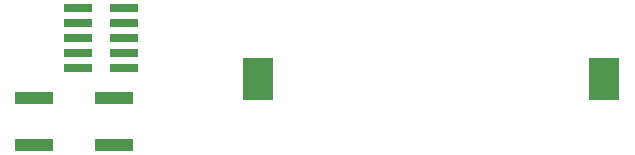
<source format=gbr>
%TF.GenerationSoftware,KiCad,Pcbnew,8.0.5*%
%TF.CreationDate,2024-10-18T05:49:16+03:00*%
%TF.ProjectId,ECUGDI,45435547-4449-42e6-9b69-6361645f7063,rev?*%
%TF.SameCoordinates,Original*%
%TF.FileFunction,Paste,Bot*%
%TF.FilePolarity,Positive*%
%FSLAX46Y46*%
G04 Gerber Fmt 4.6, Leading zero omitted, Abs format (unit mm)*
G04 Created by KiCad (PCBNEW 8.0.5) date 2024-10-18 05:49:16*
%MOMM*%
%LPD*%
G01*
G04 APERTURE LIST*
%ADD10R,2.600000X3.600000*%
%ADD11R,3.200000X1.000000*%
%ADD12R,2.400000X0.740000*%
G04 APERTURE END LIST*
D10*
%TO.C,BT1*%
X145700000Y-88100000D03*
X175000000Y-88100000D03*
%TD*%
D11*
%TO.C,SW2*%
X133500000Y-89700000D03*
X126700000Y-89700000D03*
X133500000Y-93700000D03*
X126700000Y-93700000D03*
%TD*%
D12*
%TO.C,J7*%
X134350000Y-82060000D03*
X130450000Y-82060000D03*
X134350000Y-83330000D03*
X130450000Y-83330000D03*
X134350000Y-84600000D03*
X130450000Y-84600000D03*
X134350000Y-85870000D03*
X130450000Y-85870000D03*
X134350000Y-87140000D03*
X130450000Y-87140000D03*
%TD*%
M02*

</source>
